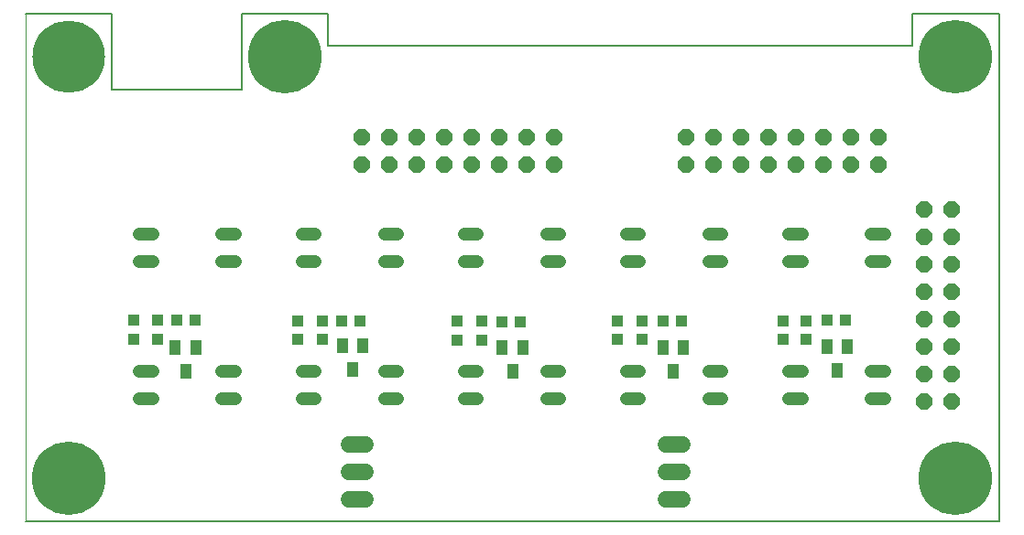
<source format=gbs>
G75*
%MOIN*%
%OFA0B0*%
%FSLAX25Y25*%
%IPPOS*%
%LPD*%
%AMOC8*
5,1,8,0,0,1.08239X$1,22.5*
%
%ADD10C,0.00591*%
%ADD11C,0.00394*%
%ADD12C,0.04800*%
%ADD13R,0.03937X0.05512*%
%ADD14R,0.04331X0.03937*%
%ADD15OC8,0.06000*%
%ADD16R,0.03937X0.04331*%
%ADD17C,0.06000*%
%ADD18C,0.26378*%
%ADD19C,0.26772*%
D10*
X0001394Y0004890D02*
X0355724Y0004890D01*
X0355724Y0189929D01*
X0324228Y0189929D01*
X0324228Y0178118D01*
X0111630Y0178118D01*
X0111630Y0189929D01*
X0080134Y0189929D01*
X0080134Y0162370D01*
X0032890Y0162370D01*
X0032890Y0189929D01*
X0001394Y0189929D01*
D11*
X0001394Y0004890D01*
D12*
X0043049Y0049693D02*
X0047849Y0049693D01*
X0047849Y0059693D02*
X0043049Y0059693D01*
X0073049Y0059693D02*
X0077849Y0059693D01*
X0077849Y0049693D02*
X0073049Y0049693D01*
X0102104Y0049693D02*
X0106904Y0049693D01*
X0106904Y0059693D02*
X0102104Y0059693D01*
X0132104Y0059693D02*
X0136904Y0059693D01*
X0136904Y0049693D02*
X0132104Y0049693D01*
X0161159Y0049693D02*
X0165959Y0049693D01*
X0165959Y0059693D02*
X0161159Y0059693D01*
X0191159Y0059693D02*
X0195959Y0059693D01*
X0195959Y0049693D02*
X0191159Y0049693D01*
X0220214Y0049693D02*
X0225014Y0049693D01*
X0225014Y0059693D02*
X0220214Y0059693D01*
X0250214Y0059693D02*
X0255014Y0059693D01*
X0255014Y0049693D02*
X0250214Y0049693D01*
X0279269Y0049693D02*
X0284069Y0049693D01*
X0284069Y0059693D02*
X0279269Y0059693D01*
X0309269Y0059693D02*
X0314069Y0059693D01*
X0314069Y0049693D02*
X0309269Y0049693D01*
X0309269Y0099693D02*
X0314069Y0099693D01*
X0314069Y0109693D02*
X0309269Y0109693D01*
X0284069Y0109693D02*
X0279269Y0109693D01*
X0279269Y0099693D02*
X0284069Y0099693D01*
X0255014Y0099693D02*
X0250214Y0099693D01*
X0250214Y0109693D02*
X0255014Y0109693D01*
X0225014Y0109693D02*
X0220214Y0109693D01*
X0220214Y0099693D02*
X0225014Y0099693D01*
X0195959Y0099693D02*
X0191159Y0099693D01*
X0191159Y0109693D02*
X0195959Y0109693D01*
X0165959Y0109693D02*
X0161159Y0109693D01*
X0161159Y0099693D02*
X0165959Y0099693D01*
X0136904Y0099693D02*
X0132104Y0099693D01*
X0132104Y0109693D02*
X0136904Y0109693D01*
X0106904Y0109693D02*
X0102104Y0109693D01*
X0102104Y0099693D02*
X0106904Y0099693D01*
X0077849Y0099693D02*
X0073049Y0099693D01*
X0073049Y0109693D02*
X0077849Y0109693D01*
X0047849Y0109693D02*
X0043049Y0109693D01*
X0043049Y0099693D02*
X0047849Y0099693D01*
D13*
X0056031Y0068433D03*
X0063512Y0068433D03*
X0059772Y0059772D03*
X0116780Y0068827D03*
X0124260Y0068827D03*
X0120520Y0060165D03*
X0175024Y0068252D03*
X0182504Y0068252D03*
X0178764Y0059591D03*
X0233496Y0068244D03*
X0240976Y0068244D03*
X0237236Y0059583D03*
X0293197Y0068646D03*
X0300677Y0068646D03*
X0296937Y0059984D03*
D14*
X0285654Y0071394D03*
X0285654Y0078087D03*
X0225976Y0078031D03*
X0225976Y0071339D03*
X0167543Y0071094D03*
X0167543Y0077787D03*
X0109457Y0077976D03*
X0109457Y0071283D03*
X0049402Y0071433D03*
X0049402Y0078126D03*
D15*
X0123874Y0134929D03*
X0133874Y0134929D03*
X0143874Y0134929D03*
X0153874Y0134929D03*
X0163874Y0134929D03*
X0173874Y0134929D03*
X0183874Y0134929D03*
X0193874Y0134929D03*
X0193874Y0144929D03*
X0183874Y0144929D03*
X0173874Y0144929D03*
X0163874Y0144929D03*
X0153874Y0144929D03*
X0143874Y0144929D03*
X0133874Y0144929D03*
X0123874Y0144929D03*
X0241984Y0144929D03*
X0251984Y0144929D03*
X0261984Y0144929D03*
X0271984Y0144929D03*
X0281984Y0144929D03*
X0291984Y0144929D03*
X0301984Y0144929D03*
X0311984Y0144929D03*
X0311984Y0134929D03*
X0301984Y0134929D03*
X0291984Y0134929D03*
X0281984Y0134929D03*
X0271984Y0134929D03*
X0261984Y0134929D03*
X0251984Y0134929D03*
X0241984Y0134929D03*
X0328677Y0118630D03*
X0338677Y0118630D03*
X0338677Y0108630D03*
X0328677Y0108630D03*
X0328677Y0098630D03*
X0338677Y0098630D03*
X0338677Y0088630D03*
X0328677Y0088630D03*
X0328677Y0078630D03*
X0338677Y0078630D03*
X0338677Y0068630D03*
X0328677Y0068630D03*
X0328677Y0058630D03*
X0338677Y0058630D03*
X0338677Y0048630D03*
X0328677Y0048630D03*
D16*
X0277118Y0071394D03*
X0277118Y0078087D03*
X0293071Y0078189D03*
X0299764Y0078189D03*
X0240197Y0077787D03*
X0233504Y0077787D03*
X0217047Y0077898D03*
X0217047Y0071205D03*
X0181417Y0077606D03*
X0174724Y0077606D03*
X0158614Y0077787D03*
X0158614Y0071094D03*
X0123331Y0077843D03*
X0116638Y0077843D03*
X0100528Y0077976D03*
X0100528Y0071283D03*
X0063094Y0078118D03*
X0056402Y0078118D03*
X0040866Y0078126D03*
X0040866Y0071433D03*
D17*
X0119260Y0033000D02*
X0125260Y0033000D01*
X0125260Y0023000D02*
X0119260Y0023000D01*
X0119260Y0013000D02*
X0125260Y0013000D01*
X0234614Y0013000D02*
X0240614Y0013000D01*
X0240614Y0023000D02*
X0234614Y0023000D01*
X0234614Y0033000D02*
X0240614Y0033000D01*
D18*
X0017142Y0174181D03*
D19*
X0095882Y0174181D03*
X0339976Y0174181D03*
X0339976Y0020638D03*
X0017142Y0020638D03*
M02*

</source>
